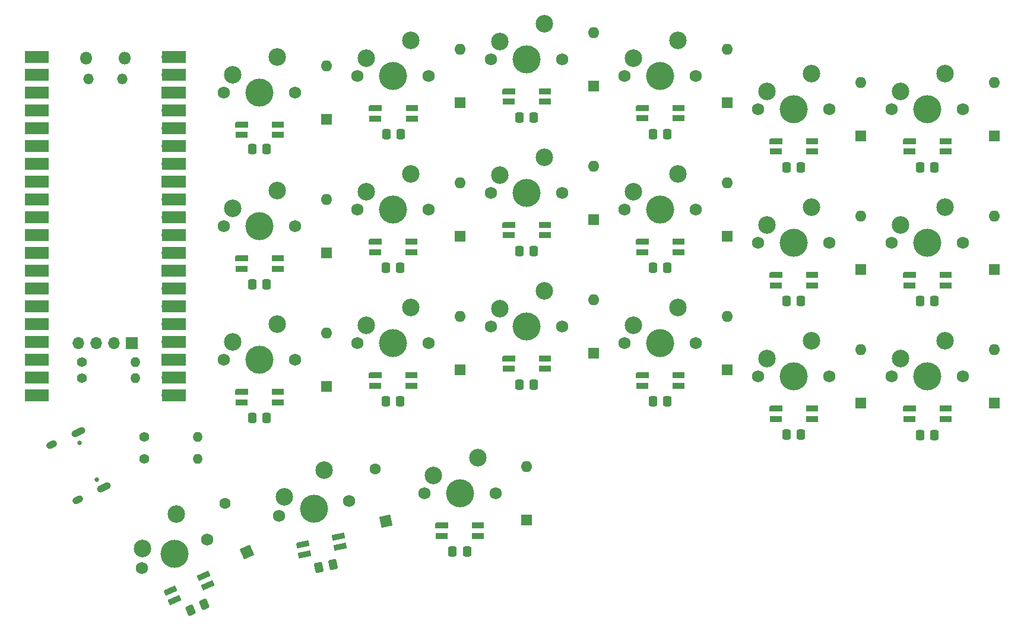
<source format=gbr>
%TF.GenerationSoftware,KiCad,Pcbnew,8.0.8*%
%TF.CreationDate,2025-03-11T20:04:37-04:00*%
%TF.ProjectId,Keyboard,4b657962-6f61-4726-942e-6b696361645f,rev?*%
%TF.SameCoordinates,Original*%
%TF.FileFunction,Soldermask,Bot*%
%TF.FilePolarity,Negative*%
%FSLAX46Y46*%
G04 Gerber Fmt 4.6, Leading zero omitted, Abs format (unit mm)*
G04 Created by KiCad (PCBNEW 8.0.8) date 2025-03-11 20:04:37*
%MOMM*%
%LPD*%
G01*
G04 APERTURE LIST*
G04 Aperture macros list*
%AMRoundRect*
0 Rectangle with rounded corners*
0 $1 Rounding radius*
0 $2 $3 $4 $5 $6 $7 $8 $9 X,Y pos of 4 corners*
0 Add a 4 corners polygon primitive as box body*
4,1,4,$2,$3,$4,$5,$6,$7,$8,$9,$2,$3,0*
0 Add four circle primitives for the rounded corners*
1,1,$1+$1,$2,$3*
1,1,$1+$1,$4,$5*
1,1,$1+$1,$6,$7*
1,1,$1+$1,$8,$9*
0 Add four rect primitives between the rounded corners*
20,1,$1+$1,$2,$3,$4,$5,0*
20,1,$1+$1,$4,$5,$6,$7,0*
20,1,$1+$1,$6,$7,$8,$9,0*
20,1,$1+$1,$8,$9,$2,$3,0*%
%AMHorizOval*
0 Thick line with rounded ends*
0 $1 width*
0 $2 $3 position (X,Y) of the first rounded end (center of the circle)*
0 $4 $5 position (X,Y) of the second rounded end (center of the circle)*
0 Add line between two ends*
20,1,$1,$2,$3,$4,$5,0*
0 Add two circle primitives to create the rounded ends*
1,1,$1,$2,$3*
1,1,$1,$4,$5*%
%AMRotRect*
0 Rectangle, with rotation*
0 The origin of the aperture is its center*
0 $1 length*
0 $2 width*
0 $3 Rotation angle, in degrees counterclockwise*
0 Add horizontal line*
21,1,$1,$2,0,0,$3*%
%AMOutline5P*
0 Free polygon, 5 corners , with rotation*
0 The origin of the aperture is its center*
0 number of corners: always 5*
0 $1 to $10 corner X, Y*
0 $11 Rotation angle, in degrees counterclockwise*
0 create outline with 5 corners*
4,1,5,$1,$2,$3,$4,$5,$6,$7,$8,$9,$10,$1,$2,$11*%
%AMOutline6P*
0 Free polygon, 6 corners , with rotation*
0 The origin of the aperture is its center*
0 number of corners: always 6*
0 $1 to $12 corner X, Y*
0 $13 Rotation angle, in degrees counterclockwise*
0 create outline with 6 corners*
4,1,6,$1,$2,$3,$4,$5,$6,$7,$8,$9,$10,$11,$12,$1,$2,$13*%
%AMOutline7P*
0 Free polygon, 7 corners , with rotation*
0 The origin of the aperture is its center*
0 number of corners: always 7*
0 $1 to $14 corner X, Y*
0 $15 Rotation angle, in degrees counterclockwise*
0 create outline with 7 corners*
4,1,7,$1,$2,$3,$4,$5,$6,$7,$8,$9,$10,$11,$12,$13,$14,$1,$2,$15*%
%AMOutline8P*
0 Free polygon, 8 corners , with rotation*
0 The origin of the aperture is its center*
0 number of corners: always 8*
0 $1 to $16 corner X, Y*
0 $17 Rotation angle, in degrees counterclockwise*
0 create outline with 8 corners*
4,1,8,$1,$2,$3,$4,$5,$6,$7,$8,$9,$10,$11,$12,$13,$14,$15,$16,$1,$2,$17*%
G04 Aperture macros list end*
%ADD10O,1.600000X1.600000*%
%ADD11R,1.600000X1.600000*%
%ADD12RotRect,1.800000X0.820000X191.938000*%
%ADD13Outline5P,-0.900000X0.410000X0.900000X0.410000X0.900000X-0.246000X0.736000X-0.410000X-0.900000X-0.410000X191.938000*%
%ADD14C,2.500000*%
%ADD15C,1.750000*%
%ADD16C,4.000000*%
%ADD17R,1.800000X0.820000*%
%ADD18Outline5P,-0.900000X0.410000X0.900000X0.410000X0.900000X-0.246000X0.736000X-0.410000X-0.900000X-0.410000X180.000000*%
%ADD19RotRect,1.800000X0.820000X203.879000*%
%ADD20Outline5P,-0.900000X0.410000X0.900000X0.410000X0.900000X-0.246000X0.736000X-0.410000X-0.900000X-0.410000X203.879000*%
%ADD21RoundRect,0.250000X0.337500X0.475000X-0.337500X0.475000X-0.337500X-0.475000X0.337500X-0.475000X0*%
%ADD22RoundRect,0.250000X0.116328X0.570963X-0.500894X0.297719X-0.116328X-0.570963X0.500894X-0.297719X0*%
%ADD23O,1.700000X1.700000*%
%ADD24R,1.700000X1.700000*%
%ADD25R,3.500000X1.700000*%
%ADD26O,1.800000X1.800000*%
%ADD27O,1.500000X1.500000*%
%ADD28O,1.400000X1.400000*%
%ADD29C,1.400000*%
%ADD30RoundRect,0.250000X0.231945X0.534540X-0.428456X0.394914X-0.231945X-0.534540X0.428456X-0.394914X0*%
%ADD31HorizOval,1.000000X-0.271223X-0.128212X0.271223X0.128212X0*%
%ADD32HorizOval,1.000000X-0.497241X-0.235056X0.497241X0.235056X0*%
%ADD33C,0.650000*%
%ADD34HorizOval,1.600000X0.000000X0.000000X0.000000X0.000000X0*%
%ADD35RotRect,1.600000X1.600000X113.879000*%
%ADD36RotRect,1.600000X1.600000X101.940000*%
%ADD37HorizOval,1.600000X0.000000X0.000000X0.000000X0.000000X0*%
G04 APERTURE END LIST*
D10*
%TO.C,D12*%
X399580000Y-185232000D03*
D11*
X399580000Y-192852000D03*
%TD*%
D12*
%TO.C,D23*%
X306323907Y-232397274D03*
X301236373Y-233472910D03*
D13*
X300926093Y-232005352D03*
D12*
X306013627Y-230929716D03*
%TD*%
D14*
%TO.C,SW5*%
X373545000Y-164912000D03*
X367195000Y-167452000D03*
D15*
X376085000Y-169992000D03*
D16*
X371005000Y-169992000D03*
D15*
X365925000Y-169992000D03*
%TD*%
D17*
%TO.C,D51*%
X335505000Y-186473000D03*
D18*
X330305000Y-186473000D03*
D17*
X330305000Y-187973000D03*
X335505000Y-187973000D03*
%TD*%
D19*
%TO.C,D22*%
X286805511Y-236538396D03*
D20*
X282050619Y-238643390D03*
D19*
X282657829Y-240014994D03*
X287412721Y-237910000D03*
%TD*%
D14*
%TO.C,SW18*%
X392595000Y-203012000D03*
X386245000Y-205552000D03*
D15*
X395135000Y-208092000D03*
D16*
X390055000Y-208092000D03*
D15*
X384975000Y-208092000D03*
%TD*%
D14*
%TO.C,SW11*%
X373545000Y-183962000D03*
X367195000Y-186502000D03*
D15*
X376085000Y-189042000D03*
D16*
X371005000Y-189042000D03*
D15*
X365925000Y-189042000D03*
%TD*%
D14*
%TO.C,SW13*%
X297345000Y-200630000D03*
X290995000Y-203170000D03*
D15*
X299885000Y-205710000D03*
D16*
X294805000Y-205710000D03*
D15*
X289725000Y-205710000D03*
%TD*%
D21*
%TO.C,C11*%
X369967500Y-197367000D03*
X372042500Y-197367000D03*
%TD*%
D22*
%TO.C,C19*%
X284996978Y-241439682D03*
X286894362Y-240599708D03*
%TD*%
D10*
%TO.C,D13*%
X304330000Y-201900000D03*
D11*
X304330000Y-209520000D03*
%TD*%
D10*
%TO.C,D3*%
X342430000Y-159038000D03*
D11*
X342430000Y-166658000D03*
%TD*%
D14*
%TO.C,SW10*%
X354495000Y-179199000D03*
X348145000Y-181739000D03*
D15*
X357035000Y-184279000D03*
D16*
X351955000Y-184279000D03*
D15*
X346875000Y-184279000D03*
%TD*%
D23*
%TO.C,Brd1*%
X268995000Y-203325000D03*
X271535000Y-203325000D03*
X274075000Y-203325000D03*
D24*
X276615000Y-203325000D03*
%TD*%
D17*
%TO.C,D48*%
X392655000Y-174516000D03*
D18*
X387455000Y-174516000D03*
D17*
X387455000Y-176016000D03*
X392655000Y-176016000D03*
%TD*%
D14*
%TO.C,SW2*%
X316395000Y-160149000D03*
X310045000Y-162689000D03*
D15*
X318935000Y-165229000D03*
D16*
X313855000Y-165229000D03*
D15*
X308775000Y-165229000D03*
%TD*%
D10*
%TO.C,D10*%
X361480000Y-180469000D03*
D11*
X361480000Y-188089000D03*
%TD*%
D14*
%TO.C,SW20*%
X304009059Y-221444413D03*
X298321937Y-225243194D03*
D15*
X307545093Y-225889013D03*
D16*
X302575000Y-226940000D03*
D15*
X297604907Y-227990987D03*
%TD*%
D21*
%TO.C,C21*%
X322342500Y-233085000D03*
X324417500Y-233085000D03*
%TD*%
D17*
%TO.C,D24*%
X325980000Y-229335000D03*
D18*
X320780000Y-229335000D03*
D17*
X320780000Y-230835000D03*
X325980000Y-230835000D03*
%TD*%
D25*
%TO.C,U1*%
X263015000Y-162530000D03*
D23*
X263915000Y-162530000D03*
D25*
X263015000Y-165070000D03*
D23*
X263915000Y-165070000D03*
D25*
X263015000Y-167610000D03*
D24*
X263915000Y-167610000D03*
D25*
X263015000Y-170150000D03*
D23*
X263915000Y-170150000D03*
D25*
X263015000Y-172690000D03*
D23*
X263915000Y-172690000D03*
D25*
X263015000Y-175230000D03*
D23*
X263915000Y-175230000D03*
D25*
X263015000Y-177770000D03*
D23*
X263915000Y-177770000D03*
D25*
X263015000Y-180310000D03*
D24*
X263915000Y-180310000D03*
D25*
X263015000Y-182850000D03*
D23*
X263915000Y-182850000D03*
D25*
X263015000Y-185390000D03*
D23*
X263915000Y-185390000D03*
D25*
X263015000Y-187930000D03*
D23*
X263915000Y-187930000D03*
D25*
X263015000Y-190470000D03*
D23*
X263915000Y-190470000D03*
D25*
X263015000Y-193010000D03*
D24*
X263915000Y-193010000D03*
D25*
X263015000Y-195550000D03*
D23*
X263915000Y-195550000D03*
D25*
X263015000Y-198090000D03*
D23*
X263915000Y-198090000D03*
D25*
X263015000Y-200630000D03*
D23*
X263915000Y-200630000D03*
D25*
X263015000Y-203170000D03*
D23*
X263915000Y-203170000D03*
D25*
X263015000Y-205710000D03*
D24*
X263915000Y-205710000D03*
D25*
X263015000Y-208250000D03*
D23*
X263915000Y-208250000D03*
D25*
X263015000Y-210790000D03*
D23*
X263915000Y-210790000D03*
D25*
X282595000Y-210790000D03*
D23*
X281695000Y-210790000D03*
D25*
X282595000Y-208250000D03*
D23*
X281695000Y-208250000D03*
D25*
X282595000Y-205710000D03*
D24*
X281695000Y-205710000D03*
D25*
X282595000Y-203170000D03*
D23*
X281695000Y-203170000D03*
D25*
X282595000Y-200630000D03*
D23*
X281695000Y-200630000D03*
D25*
X282595000Y-198090000D03*
D23*
X281695000Y-198090000D03*
D25*
X282595000Y-195550000D03*
D23*
X281695000Y-195550000D03*
D25*
X282595000Y-193010000D03*
D24*
X281695000Y-193010000D03*
D25*
X282595000Y-190470000D03*
D23*
X281695000Y-190470000D03*
D25*
X282595000Y-187930000D03*
D23*
X281695000Y-187930000D03*
D25*
X282595000Y-185390000D03*
D23*
X281695000Y-185390000D03*
D25*
X282595000Y-182850000D03*
D23*
X281695000Y-182850000D03*
D25*
X282595000Y-180310000D03*
D24*
X281695000Y-180310000D03*
D25*
X282595000Y-177770000D03*
D23*
X281695000Y-177770000D03*
D25*
X282595000Y-175230000D03*
D23*
X281695000Y-175230000D03*
D25*
X282595000Y-172690000D03*
D23*
X281695000Y-172690000D03*
D25*
X282595000Y-170150000D03*
D23*
X281695000Y-170150000D03*
D25*
X282595000Y-167610000D03*
D24*
X281695000Y-167610000D03*
D25*
X282595000Y-165070000D03*
D23*
X281695000Y-165070000D03*
D25*
X282595000Y-162530000D03*
D23*
X281695000Y-162530000D03*
D26*
X270080000Y-162660000D03*
D27*
X270380000Y-165690000D03*
X275230000Y-165690000D03*
D26*
X275530000Y-162660000D03*
%TD*%
D21*
%TO.C,C6*%
X389017500Y-178266000D03*
X391092500Y-178266000D03*
%TD*%
D17*
%TO.C,D47*%
X373605000Y-174529000D03*
D18*
X368405000Y-174529000D03*
D17*
X368405000Y-176029000D03*
X373605000Y-176029000D03*
%TD*%
D21*
%TO.C,C7*%
X293767500Y-194985000D03*
X295842500Y-194985000D03*
%TD*%
D28*
%TO.C,R2*%
X277105000Y-206060000D03*
D29*
X269485000Y-206060000D03*
%TD*%
D10*
%TO.C,D6*%
X399580000Y-166182000D03*
D11*
X399580000Y-173802000D03*
%TD*%
D28*
%TO.C,R1*%
X277105000Y-208310000D03*
D29*
X269485000Y-208310000D03*
%TD*%
D14*
%TO.C,SW19*%
X282925938Y-227714290D03*
X278147777Y-232607476D03*
D15*
X287305000Y-231331169D03*
D16*
X282659872Y-233387667D03*
D15*
X278014744Y-235444165D03*
%TD*%
D21*
%TO.C,C9*%
X331867500Y-190223000D03*
X333942500Y-190223000D03*
%TD*%
D14*
%TO.C,SW7*%
X297345000Y-181580000D03*
X290995000Y-184120000D03*
D15*
X299885000Y-186660000D03*
D16*
X294805000Y-186660000D03*
D15*
X289725000Y-186660000D03*
%TD*%
D14*
%TO.C,SW4*%
X354495000Y-160149000D03*
X348145000Y-162689000D03*
D15*
X357035000Y-165229000D03*
D16*
X351955000Y-165229000D03*
D15*
X346875000Y-165229000D03*
%TD*%
D21*
%TO.C,C13*%
X293767500Y-214035000D03*
X295842500Y-214035000D03*
%TD*%
D17*
%TO.C,D54*%
X392655000Y-193611000D03*
D18*
X387455000Y-193611000D03*
D17*
X387455000Y-195111000D03*
X392655000Y-195111000D03*
%TD*%
%TO.C,D57*%
X335505000Y-205523000D03*
D18*
X330305000Y-205523000D03*
D17*
X330305000Y-207023000D03*
X335505000Y-207023000D03*
%TD*%
%TO.C,D46*%
X354555000Y-169792000D03*
D18*
X349355000Y-169792000D03*
D17*
X349355000Y-171292000D03*
X354555000Y-171292000D03*
%TD*%
D14*
%TO.C,SW16*%
X354495000Y-198249000D03*
X348145000Y-200789000D03*
D15*
X357035000Y-203329000D03*
D16*
X351955000Y-203329000D03*
D15*
X346875000Y-203329000D03*
%TD*%
D17*
%TO.C,D49*%
X297405000Y-191235000D03*
D18*
X292205000Y-191235000D03*
D17*
X292205000Y-192735000D03*
X297405000Y-192735000D03*
%TD*%
%TO.C,D52*%
X354555000Y-188854000D03*
D18*
X349355000Y-188854000D03*
D17*
X349355000Y-190354000D03*
X354555000Y-190354000D03*
%TD*%
D21*
%TO.C,C8*%
X312817500Y-192604000D03*
X314892500Y-192604000D03*
%TD*%
D10*
%TO.C,D11*%
X380530000Y-185232000D03*
D11*
X380530000Y-192852000D03*
%TD*%
D14*
%TO.C,SW3*%
X335445000Y-157768000D03*
X329095000Y-160308000D03*
D15*
X337985000Y-162848000D03*
D16*
X332905000Y-162848000D03*
D15*
X327825000Y-162848000D03*
%TD*%
%TO.C,SW21*%
X318300000Y-224760000D03*
D16*
X323380000Y-224760000D03*
D15*
X328460000Y-224760000D03*
D14*
X319570000Y-222220000D03*
X325920000Y-219680000D03*
%TD*%
D17*
%TO.C,D60*%
X392655000Y-212691000D03*
D18*
X387455000Y-212691000D03*
D17*
X387455000Y-214191000D03*
X392655000Y-214191000D03*
%TD*%
D10*
%TO.C,D2*%
X323380000Y-161419000D03*
D11*
X323380000Y-169039000D03*
%TD*%
D21*
%TO.C,C17*%
X369967500Y-216417000D03*
X372042500Y-216417000D03*
%TD*%
D10*
%TO.C,D7*%
X304330000Y-182865000D03*
D11*
X304330000Y-190485000D03*
%TD*%
D30*
%TO.C,C20*%
X305261061Y-234921703D03*
X303230939Y-235350923D03*
%TD*%
D21*
%TO.C,C16*%
X350917500Y-211654000D03*
X352992500Y-211654000D03*
%TD*%
D10*
%TO.C,D4*%
X361480000Y-161419000D03*
D11*
X361480000Y-169039000D03*
%TD*%
D21*
%TO.C,C3*%
X331867500Y-171173000D03*
X333942500Y-171173000D03*
%TD*%
D17*
%TO.C,D55*%
X297405000Y-210285000D03*
D18*
X292205000Y-210285000D03*
D17*
X292205000Y-211785000D03*
X297405000Y-211785000D03*
%TD*%
%TO.C,D59*%
X373605000Y-212667000D03*
D18*
X368405000Y-212667000D03*
D17*
X368405000Y-214167000D03*
X373605000Y-214167000D03*
%TD*%
%TO.C,D58*%
X354555000Y-207904000D03*
D18*
X349355000Y-207904000D03*
D17*
X349355000Y-209404000D03*
X354555000Y-209404000D03*
%TD*%
D21*
%TO.C,C1*%
X293767500Y-175660000D03*
X295842500Y-175660000D03*
%TD*%
D28*
%TO.C,R3*%
X285945000Y-219860000D03*
D29*
X278325000Y-219860000D03*
%TD*%
D10*
%TO.C,D1*%
X304330000Y-163800000D03*
D11*
X304330000Y-171420000D03*
%TD*%
D14*
%TO.C,SW8*%
X316395000Y-179199000D03*
X310045000Y-181739000D03*
D15*
X318935000Y-184279000D03*
D16*
X313855000Y-184279000D03*
D15*
X308775000Y-184279000D03*
%TD*%
D21*
%TO.C,C5*%
X369967500Y-178279000D03*
X372042500Y-178279000D03*
%TD*%
D31*
%TO.C,J1*%
X268844373Y-225670000D03*
D32*
X272623407Y-223883578D03*
D31*
X265151865Y-217858791D03*
D32*
X268930899Y-216072369D03*
D33*
X271560225Y-222804438D03*
X269090006Y-217578884D03*
%TD*%
D17*
%TO.C,D44*%
X316505000Y-169830000D03*
D18*
X311305000Y-169830000D03*
D17*
X311305000Y-171330000D03*
X316505000Y-171330000D03*
%TD*%
%TO.C,D56*%
X316455000Y-207904000D03*
D18*
X311255000Y-207904000D03*
D17*
X311255000Y-209404000D03*
X316455000Y-209404000D03*
%TD*%
D10*
%TO.C,D14*%
X323380000Y-199519000D03*
D11*
X323380000Y-207139000D03*
%TD*%
D14*
%TO.C,SW9*%
X335445000Y-176818000D03*
X329095000Y-179358000D03*
D15*
X337985000Y-181898000D03*
D16*
X332905000Y-181898000D03*
D15*
X327825000Y-181898000D03*
%TD*%
D17*
%TO.C,D53*%
X373605000Y-193617000D03*
D18*
X368405000Y-193617000D03*
D17*
X368405000Y-195117000D03*
X373605000Y-195117000D03*
%TD*%
D21*
%TO.C,C15*%
X331867500Y-209273000D03*
X333942500Y-209273000D03*
%TD*%
D14*
%TO.C,SW17*%
X373545000Y-203012000D03*
X367195000Y-205552000D03*
D15*
X376085000Y-208092000D03*
D16*
X371005000Y-208092000D03*
D15*
X365925000Y-208092000D03*
%TD*%
D34*
%TO.C,D19*%
X289889358Y-226192823D03*
D35*
X292973983Y-233160569D03*
%TD*%
D10*
%TO.C,D16*%
X361480000Y-199519000D03*
D11*
X361480000Y-207139000D03*
%TD*%
D14*
%TO.C,SW15*%
X335445000Y-195868000D03*
X329095000Y-198408000D03*
D15*
X337985000Y-200948000D03*
D16*
X332905000Y-200948000D03*
D15*
X327825000Y-200948000D03*
%TD*%
D21*
%TO.C,C2*%
X312867500Y-173580000D03*
X314942500Y-173580000D03*
%TD*%
%TO.C,C10*%
X350917500Y-192604000D03*
X352992500Y-192604000D03*
%TD*%
%TO.C,C14*%
X312817500Y-211654000D03*
X314892500Y-211654000D03*
%TD*%
D36*
%TO.C,D20*%
X312839721Y-228723755D03*
D37*
X311263240Y-221268615D03*
%TD*%
D21*
%TO.C,C18*%
X389017500Y-216441000D03*
X391092500Y-216441000D03*
%TD*%
D17*
%TO.C,D50*%
X316455000Y-188854000D03*
D18*
X311255000Y-188854000D03*
D17*
X311255000Y-190354000D03*
X316455000Y-190354000D03*
%TD*%
D10*
%TO.C,D21*%
X332905000Y-220965000D03*
D11*
X332905000Y-228585000D03*
%TD*%
D21*
%TO.C,C12*%
X389017500Y-197361000D03*
X391092500Y-197361000D03*
%TD*%
D14*
%TO.C,SW6*%
X392595000Y-164912000D03*
X386245000Y-167452000D03*
D15*
X395135000Y-169992000D03*
D16*
X390055000Y-169992000D03*
D15*
X384975000Y-169992000D03*
%TD*%
D14*
%TO.C,SW14*%
X316395000Y-198249000D03*
X310045000Y-200789000D03*
D15*
X318935000Y-203329000D03*
D16*
X313855000Y-203329000D03*
D15*
X308775000Y-203329000D03*
%TD*%
D10*
%TO.C,D15*%
X342430000Y-197138000D03*
D11*
X342430000Y-204758000D03*
%TD*%
D10*
%TO.C,D8*%
X323380000Y-180469000D03*
D11*
X323380000Y-188089000D03*
%TD*%
D28*
%TO.C,R4*%
X285945000Y-216710000D03*
D29*
X278325000Y-216710000D03*
%TD*%
D10*
%TO.C,D18*%
X399580000Y-204282000D03*
D11*
X399580000Y-211902000D03*
%TD*%
D10*
%TO.C,D5*%
X380530000Y-166182000D03*
D11*
X380530000Y-173802000D03*
%TD*%
D14*
%TO.C,SW12*%
X392595000Y-183962000D03*
X386245000Y-186502000D03*
D15*
X395135000Y-189042000D03*
D16*
X390055000Y-189042000D03*
D15*
X384975000Y-189042000D03*
%TD*%
D14*
%TO.C,SW1*%
X297345000Y-162530000D03*
X290995000Y-165070000D03*
D15*
X299885000Y-167610000D03*
D16*
X294805000Y-167610000D03*
D15*
X289725000Y-167610000D03*
%TD*%
D21*
%TO.C,C4*%
X350917500Y-173542000D03*
X352992500Y-173542000D03*
%TD*%
D17*
%TO.C,D43*%
X297405000Y-172160000D03*
D18*
X292205000Y-172160000D03*
D17*
X292205000Y-173660000D03*
X297405000Y-173660000D03*
%TD*%
D10*
%TO.C,D17*%
X380530000Y-204282000D03*
D11*
X380530000Y-211902000D03*
%TD*%
D17*
%TO.C,D45*%
X335505000Y-167423000D03*
D18*
X330305000Y-167423000D03*
D17*
X330305000Y-168923000D03*
X335505000Y-168923000D03*
%TD*%
D10*
%TO.C,D9*%
X342430000Y-178088000D03*
D11*
X342430000Y-185708000D03*
%TD*%
M02*

</source>
